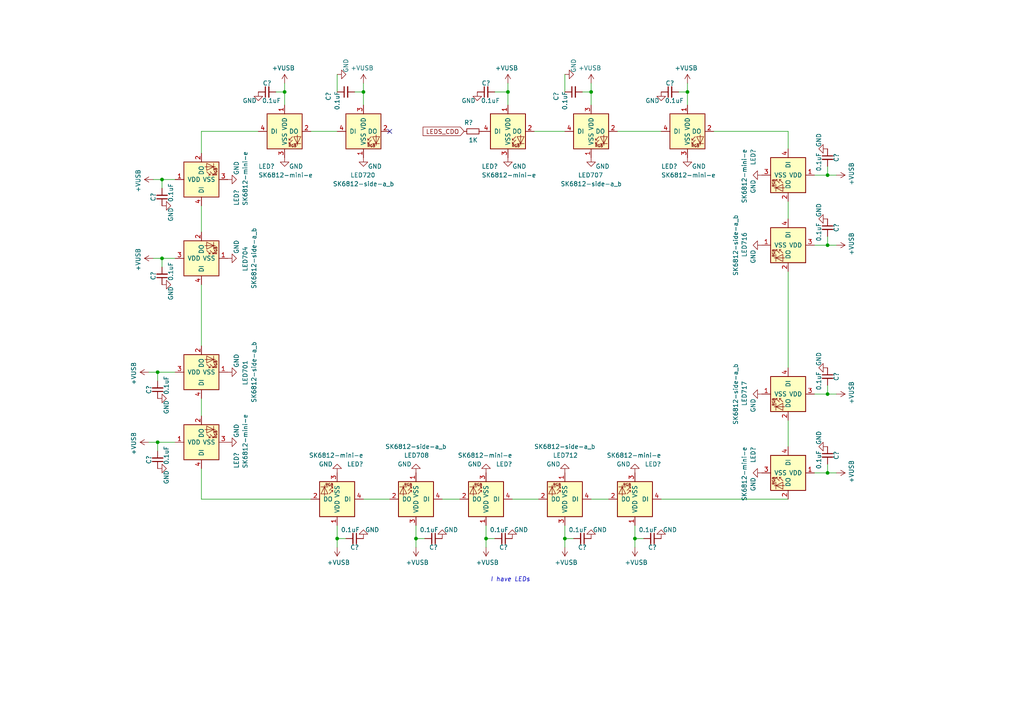
<source format=kicad_sch>
(kicad_sch (version 20250114) (generator "eeschema") (generator_version "9.0")
  (paper "A4")
  (lib_symbols
    (symbol "Device:C_Small" (pin_numbers (hide yes)) (pin_names (offset 0.254) (hide yes))
      (property "Reference" "C" (at 0.254 1.778 0))
      (property "Value" "C_Small" (at 0.254 -2.032 0))
      (symbol "C_Small_0_1"
        (polyline (pts (xy -1.524 0.508) (xy 1.524 0.508)) (stroke (width 0.3048)))
        (polyline (pts (xy -1.524 -0.508) (xy 1.524 -0.508)) (stroke (width 0.3302)))
      )
      (symbol "C_Small_1_1"
        (pin passive line (at 0 2.54 270) (length 2.032) (name "~") (number "1"))
        (pin passive line (at 0 -2.54 90) (length 2.032) (name "~") (number "2"))
      )
    )
    (symbol "Device:R_Small" (pin_numbers (hide yes)) (pin_names (offset 0.254) (hide yes))
      (property "Reference" "R" (at 0.762 0.508 0))
      (property "Value" "R_Small" (at 0.762 -1.016 0))
      (symbol "R_Small_0_1"
        (rectangle (start -0.762 1.778) (end 0.762 -1.778) (stroke (width 0.2032)))
      )
      (symbol "R_Small_1_1"
        (pin passive line (at 0 2.54 270) (length 0.762) (name "~") (number "1"))
        (pin passive line (at 0 -2.54 90) (length 0.762) (name "~") (number "2"))
      )
    )
    (symbol "dp-LED:SK6812-mini-e" (pin_names (offset 1.016))
      (property "Reference" "LED" (at 11.43 -5.08 0))
      (property "Value" "SK6812-mini-e" (at 11.43 -7.62 0))
      (symbol "SK6812-mini-e_1_1"
        (polyline (pts (xy 1.27 -2.54) (xy 1.778 -2.54)))
        (polyline (pts (xy 1.27 -3.556) (xy 1.778 -3.556)))
        (polyline (pts (xy 2.286 -1.524) (xy 1.27 -2.54) (xy 1.27 -2.032)))
        (polyline (pts (xy 2.286 -2.54) (xy 1.27 -3.556) (xy 1.27 -3.048)))
        (polyline (pts (xy 3.683 -1.016) (xy 3.683 -3.556) (xy 3.683 -4.064)))
        (polyline (pts (xy 4.699 -1.524) (xy 2.667 -1.524) (xy 3.683 -3.556) (xy 4.699 -1.524)))
        (polyline (pts (xy 4.699 -3.556) (xy 2.667 -3.556)))
        (rectangle (start 5.08 5.08) (end -5.08 -5.08) (stroke (width 0.254)) (fill (type background)))
        (text "RGB" (at 2.286 -4.191 0) (effects (font (size 0.762 0.762))))
        (pin input line (at -7.62 0 0) (length 2.54) (name "DI") (number "4"))
        (pin power_in line (at 0 7.62 270) (length 2.54) (name "VDD") (number "1"))
        (pin power_in line (at 0 -7.62 90) (length 2.54) (name "VSS") (number "3"))
        (pin output line (at 7.62 0 180) (length 2.54) (name "DO") (number "2"))
      )
    )
    (symbol "dp-LED:SK6812-side-a_b" (pin_names (offset 1.016))
      (property "Reference" "LED" (at 12.7 -5.08 0))
      (property "Value" "SK6812-side-a_b" (at 12.7 -7.62 0))
      (symbol "SK6812-side-a_b_1_1"
        (polyline (pts (xy 1.27 -2.54) (xy 1.778 -2.54)))
        (polyline (pts (xy 1.27 -3.556) (xy 1.778 -3.556)))
        (polyline (pts (xy 2.286 -1.524) (xy 1.27 -2.54) (xy 1.27 -2.032)))
        (polyline (pts (xy 2.286 -2.54) (xy 1.27 -3.556) (xy 1.27 -3.048)))
        (polyline (pts (xy 3.683 -1.016) (xy 3.683 -3.556) (xy 3.683 -4.064)))
        (polyline (pts (xy 4.699 -1.524) (xy 2.667 -1.524) (xy 3.683 -3.556) (xy 4.699 -1.524)))
        (polyline (pts (xy 4.699 -3.556) (xy 2.667 -3.556)))
        (rectangle (start 5.08 5.08) (end -5.08 -5.08) (stroke (width 0.254)) (fill (type background)))
        (text "RGB" (at 2.286 -4.191 0) (effects (font (size 0.762 0.762))))
        (pin input line (at -7.62 0 0) (length 2.54) (name "DI") (number "4"))
        (pin power_in line (at 0 7.62 270) (length 2.54) (name "VDD") (number "3"))
        (pin power_in line (at 0 -7.62 90) (length 2.54) (name "VSS") (number "1"))
        (pin output line (at 7.62 0 180) (length 2.54) (name "DO") (number "2"))
      )
    )
    (symbol "dp-power:+VUSB" (power) (pin_names (offset 1.016))
      (property "Value" "+VUSB" (at 0 5.08 0))
      (symbol "+VUSB_0_1"
        (polyline (pts (xy 0 2.54) (xy -0.762 1.27)))
        (polyline (pts (xy 0 2.54) (xy 0.762 1.27)))
        (polyline (pts (xy 0 0) (xy 0 2.54)))
      )
      (symbol "+VUSB_1_1"
        (pin power_in line (at 0 0 90) (length 0) (hide yes) (name "+VUSB") (number "1"))
      )
    )
    (symbol "power:GND" (power) (pin_names (offset 0))
      (property "Value" "GND" (at 0 -3.81 0))
      (symbol "GND_0_1"
        (polyline (pts (xy 0 0) (xy 0 -1.27) (xy 1.27 -1.27) (xy 0 -2.54) (xy -1.27 -1.27) (xy 0 -1.27)))
      )
      (symbol "GND_1_1"
        (pin power_in line (at 0 0 270) (length 0) (hide yes) (name "GND") (number "1"))
      )
    )
  )
  (text "I have LEDs" (at 142.24 168.91 0) (effects (font (size 1.27 1.27) (italic yes)) (justify left bottom)))
  (junction (at 199.39 26.67))
  (junction (at 140.97 156.21))
  (junction (at 171.45 26.67))
  (junction (at 147.32 26.67))
  (junction (at 240.03 137.16))
  (junction (at 105.41 26.67))
  (junction (at 184.15 156.21))
  (junction (at 82.55 26.67))
  (junction (at 240.03 114.3))
  (junction (at 45.72 107.95))
  (junction (at 46.99 74.93))
  (junction (at 46.99 52.07))
  (junction (at 97.79 156.21))
  (junction (at 240.03 50.8))
  (junction (at 120.65 156.21))
  (junction (at 163.83 156.21))
  (junction (at 45.72 128.27))
  (junction (at 240.03 71.12))
  (no_connect (at 113.03 38.1))
  (wire (pts (xy 240.03 48.26) (xy 240.03 50.8)))
  (wire (pts (xy 228.6 129.54) (xy 228.6 121.92)))
  (wire (pts (xy 240.03 71.12) (xy 236.22 71.12)))
  (wire (pts (xy 148.59 144.78) (xy 156.21 144.78)))
  (wire (pts (xy 196.85 26.67) (xy 199.39 26.67)))
  (wire (pts (xy 240.03 111.76) (xy 240.03 114.3)))
  (wire (pts (xy 58.42 82.55) (xy 58.42 100.33)))
  (wire (pts (xy 199.39 24.13) (xy 199.39 26.67)))
  (wire (pts (xy 179.07 38.1) (xy 191.77 38.1)))
  (wire (pts (xy 58.42 44.45) (xy 58.42 38.1)))
  (wire (pts (xy 140.97 156.21) (xy 140.97 152.4)))
  (wire (pts (xy 46.99 77.47) (xy 46.99 74.93)))
  (wire (pts (xy 163.83 156.21) (xy 163.83 152.4)))
  (wire (pts (xy 184.15 158.75) (xy 184.15 156.21)))
  (wire (pts (xy 154.94 38.1) (xy 163.83 38.1)))
  (wire (pts (xy 45.72 110.49) (xy 45.72 107.95)))
  (wire (pts (xy 228.6 58.42) (xy 228.6 63.5)))
  (wire (pts (xy 45.72 107.95) (xy 50.8 107.95)))
  (wire (pts (xy 143.51 156.21) (xy 140.97 156.21)))
  (wire (pts (xy 228.6 78.74) (xy 228.6 106.68)))
  (wire (pts (xy 147.32 26.67) (xy 147.32 30.48)))
  (wire (pts (xy 133.35 144.78) (xy 128.27 144.78)))
  (wire (pts (xy 105.41 24.13) (xy 105.41 26.67)))
  (wire (pts (xy 58.42 59.69) (xy 58.42 67.31)))
  (wire (pts (xy 43.18 107.95) (xy 45.72 107.95)))
  (wire (pts (xy 140.97 158.75) (xy 140.97 156.21)))
  (wire (pts (xy 46.99 52.07) (xy 50.8 52.07)))
  (wire (pts (xy 123.19 156.21) (xy 120.65 156.21)))
  (wire (pts (xy 97.79 156.21) (xy 97.79 152.4)))
  (wire (pts (xy 97.79 158.75) (xy 97.79 156.21)))
  (wire (pts (xy 45.72 130.81) (xy 45.72 128.27)))
  (wire (pts (xy 120.65 156.21) (xy 120.65 152.4)))
  (wire (pts (xy 97.79 26.67) (xy 97.79 21.59)))
  (wire (pts (xy 80.01 26.67) (xy 82.55 26.67)))
  (wire (pts (xy 147.32 24.13) (xy 147.32 26.67)))
  (wire (pts (xy 168.91 26.67) (xy 171.45 26.67)))
  (wire (pts (xy 242.57 114.3) (xy 240.03 114.3)))
  (wire (pts (xy 186.69 156.21) (xy 184.15 156.21)))
  (wire (pts (xy 105.41 26.67) (xy 105.41 30.48)))
  (wire (pts (xy 58.42 135.89) (xy 58.42 144.78)))
  (wire (pts (xy 120.65 158.75) (xy 120.65 156.21)))
  (wire (pts (xy 242.57 71.12) (xy 240.03 71.12)))
  (wire (pts (xy 44.45 52.07) (xy 46.99 52.07)))
  (wire (pts (xy 100.33 156.21) (xy 97.79 156.21)))
  (wire (pts (xy 228.6 43.18) (xy 228.6 38.1)))
  (wire (pts (xy 171.45 24.13) (xy 171.45 26.67)))
  (wire (pts (xy 102.87 26.67) (xy 105.41 26.67)))
  (wire (pts (xy 44.45 74.93) (xy 46.99 74.93)))
  (wire (pts (xy 240.03 68.58) (xy 240.03 71.12)))
  (wire (pts (xy 176.53 144.78) (xy 171.45 144.78)))
  (wire (pts (xy 82.55 24.13) (xy 82.55 26.67)))
  (wire (pts (xy 240.03 137.16) (xy 236.22 137.16)))
  (wire (pts (xy 184.15 156.21) (xy 184.15 152.4)))
  (wire (pts (xy 163.83 26.67) (xy 163.83 21.59)))
  (wire (pts (xy 46.99 54.61) (xy 46.99 52.07)))
  (wire (pts (xy 171.45 26.67) (xy 171.45 30.48)))
  (wire (pts (xy 90.17 144.78) (xy 58.42 144.78)))
  (wire (pts (xy 166.37 156.21) (xy 163.83 156.21)))
  (wire (pts (xy 199.39 26.67) (xy 199.39 30.48)))
  (wire (pts (xy 58.42 120.65) (xy 58.42 115.57)))
  (wire (pts (xy 43.18 128.27) (xy 45.72 128.27)))
  (wire (pts (xy 207.01 38.1) (xy 228.6 38.1)))
  (wire (pts (xy 46.99 74.93) (xy 50.8 74.93)))
  (wire (pts (xy 58.42 38.1) (xy 74.93 38.1)))
  (wire (pts (xy 242.57 137.16) (xy 240.03 137.16)))
  (wire (pts (xy 191.77 144.78) (xy 228.6 144.78)))
  (wire (pts (xy 45.72 128.27) (xy 50.8 128.27)))
  (wire (pts (xy 82.55 26.67) (xy 82.55 30.48)))
  (wire (pts (xy 105.41 144.78) (xy 113.03 144.78)))
  (wire (pts (xy 163.83 158.75) (xy 163.83 156.21)))
  (wire (pts (xy 143.51 26.67) (xy 147.32 26.67)))
  (wire (pts (xy 240.03 114.3) (xy 236.22 114.3)))
  (wire (pts (xy 90.17 38.1) (xy 97.79 38.1)))
  (wire (pts (xy 240.03 50.8) (xy 236.22 50.8)))
  (wire (pts (xy 242.57 50.8) (xy 240.03 50.8)))
  (wire (pts (xy 240.03 134.62) (xy 240.03 137.16)))
  (global_label "LEDS_CDO" (shape input) (at 134.62 38.1 180) (property "Intersheetrefs" "${INTERSHEET_REFS}" (effects (hide yes))))
  (symbol (lib_id "dp-power:+VUSB") (at 44.45 74.93 90) (unit 1)
    (property "Reference" "#PWR0704" (effects (hide yes)))
    (property "Value" "+VUSB" (at 40.0558 75.311 0))
    (instances (project "REV0" (path "" (reference "#PWR?") (unit 1)) (path "" (reference "#PWR0704") (unit 1))))
  )
  (symbol (lib_id "power:GND") (at 46.99 82.55 90) (unit 1)
    (property "Reference" "#PWR0708" (effects (hide yes)))
    (property "Value" "GND" (at 49.53 85.09 0))
    (instances (project "REV0" (path "" (reference "#PWR?") (unit 1)) (path "" (reference "#PWR0708") (unit 1))))
  )
  (symbol (lib_id "Device:C_Small") (at 46.99 80.01 180) (unit 1)
    (property "Reference" "C704" (at 44.45 80.01 90))
    (property "Value" "0.1uF" (at 49.53 78.74 90))
    (property "Footprint" "Capacitor_SMD:C_0402_1005Metric" (effects (hide yes)))
    (property "RMB" "0.00628" (effects (hide yes)))
    (property "Supplier" "https://item.szlcsc.com/1877.html" (effects (hide yes)))
    (property "szlcsc_partnumber" "C1525" (effects (hide yes)))
    (property "szlcsc_url" "https://item.szlcsc.com/1877.html?fromZone=s_s__%25220.1uF%25200402%2522&spm=sc.gb.xh2.zy.n&lcsc_vid=RlENUlJWE1QKBlBWRAVaUFNTT1leBQZXRFNcVAVQQVAxVlNSRFRfXlBUQ1ZeVzsOAxUeFF5JWAgaAglIBBsCBBcFWQIBCks%3D" (effects (hide yes)))
    (instances (project "REV0" (path "" (reference "C?") (unit 1)) (path "" (reference "C704") (unit 1))))
  )
  (symbol (lib_id "power:GND") (at 66.04 74.93 90) (unit 1)
    (property "Reference" "#PWR0712" (effects (hide yes)))
    (property "Value" "GND" (at 68.58 73.66 0) (effects (justify left)))
    (instances (project "REV0" (path "" (reference "#PWR?") (unit 1)) (path "" (reference "#PWR0712") (unit 1))))
  )
  (symbol (lib_id "dp-power:+VUSB") (at 44.45 52.07 90) (unit 1)
    (property "Reference" "#PWR0703" (effects (hide yes)))
    (property "Value" "+VUSB" (at 40.0558 52.451 0))
    (instances (project "REV0" (path "" (reference "#PWR?") (unit 1)) (path "" (reference "#PWR0703") (unit 1))))
  )
  (symbol (lib_id "power:GND") (at 46.99 59.69 90) (unit 1)
    (property "Reference" "#PWR0707" (effects (hide yes)))
    (property "Value" "GND" (at 49.53 62.23 0))
    (instances (project "REV0" (path "" (reference "#PWR?") (unit 1)) (path "" (reference "#PWR0707") (unit 1))))
  )
  (symbol (lib_id "Device:C_Small") (at 46.99 57.15 180) (unit 1)
    (property "Reference" "C703" (at 44.45 57.15 90))
    (property "Value" "0.1uF" (at 49.53 55.88 90))
    (property "Footprint" "Capacitor_SMD:C_0402_1005Metric" (effects (hide yes)))
    (property "RMB" "0.00628" (effects (hide yes)))
    (property "Supplier" "https://item.szlcsc.com/1877.html" (effects (hide yes)))
    (property "szlcsc_partnumber" "C1525" (effects (hide yes)))
    (property "szlcsc_url" "https://item.szlcsc.com/1877.html?fromZone=s_s__%25220.1uF%25200402%2522&spm=sc.gb.xh2.zy.n&lcsc_vid=RlENUlJWE1QKBlBWRAVaUFNTT1leBQZXRFNcVAVQQVAxVlNSRFRfXlBUQ1ZeVzsOAxUeFF5JWAgaAglIBBsCBBcFWQIBCks%3D" (effects (hide yes)))
    (instances (project "REV0" (path "" (reference "C?") (unit 1)) (path "" (reference "C703") (unit 1))))
  )
  (symbol (lib_id "power:GND") (at 66.04 52.07 90) (unit 1)
    (property "Reference" "#PWR0711" (effects (hide yes)))
    (property "Value" "GND" (at 68.58 50.8 0) (effects (justify left)))
    (instances (project "REV0" (path "" (reference "#PWR?") (unit 1)) (path "" (reference "#PWR0711") (unit 1))))
  )
  (symbol (lib_id "dp-LED:SK6812-mini-e") (at 58.42 52.07 90) (unit 1)
    (property "Reference" "LED703" (at 68.58 59.69 0) (effects (justify left)))
    (property "Value" "SK6812-mini-e" (at 71.12 59.69 0) (effects (justify left)))
    (property "Footprint" "dp-LED:SK6812-MINI-E" (effects (hide yes)))
    (property "RMB" "0.5296" (effects (hide yes)))
    (property "Supplier" "https://item.szlcsc.com/542109.html" (effects (hide yes)))
    (instances (project "REV0" (path "" (reference "LED?") (unit 1)) (path "" (reference "LED?") (unit 1)) (path "" (reference "LED703") (unit 1))))
  )
  (symbol (lib_id "dp-power:+VUSB") (at 82.55 24.13 0) (unit 1)
    (property "Reference" "#PWR0714" (effects (hide yes)))
    (property "Value" "+VUSB" (at 82.169 19.7358 0))
    (instances (project "REV0" (path "" (reference "#PWR?") (unit 1)) (path "" (reference "#PWR0714") (unit 1))))
  )
  (symbol (lib_id "power:GND") (at 74.93 26.67 0) (unit 1)
    (property "Reference" "#PWR0713" (effects (hide yes)))
    (property "Value" "GND" (at 72.39 29.21 0))
    (instances (project "REV0" (path "" (reference "#PWR?") (unit 1)) (path "" (reference "#PWR0713") (unit 1))))
  )
  (symbol (lib_id "power:GND") (at 82.55 45.72 0) (unit 1)
    (property "Reference" "#PWR0715" (effects (hide yes)))
    (property "Value" "GND" (at 83.82 48.26 0) (effects (justify left)))
    (instances (project "REV0" (path "" (reference "#PWR?") (unit 1)) (path "" (reference "#PWR0715") (unit 1))))
  )
  (symbol (lib_id "dp-LED:SK6812-mini-e") (at 82.55 38.1 0) (unit 1)
    (property "Reference" "LED705" (at 74.93 48.26 0) (effects (justify left)))
    (property "Value" "SK6812-mini-e" (at 74.93 50.8 0) (effects (justify left)))
    (property "Footprint" "dp-LED:SK6812-MINI-E" (effects (hide yes)))
    (property "RMB" "0.5296" (effects (hide yes)))
    (property "Supplier" "https://item.szlcsc.com/542109.html" (effects (hide yes)))
    (instances (project "REV0" (path "" (reference "LED?") (unit 1)) (path "" (reference "LED?") (unit 1)) (path "" (reference "LED705") (unit 1))))
  )
  (symbol (lib_id "Device:C_Small") (at 77.47 26.67 90) (unit 1)
    (property "Reference" "C705" (at 77.47 24.13 90))
    (property "Value" "0.1uF" (at 78.74 29.21 90))
    (property "Footprint" "Capacitor_SMD:C_0402_1005Metric" (effects (hide yes)))
    (property "RMB" "0.00628" (effects (hide yes)))
    (property "Supplier" "https://item.szlcsc.com/1877.html" (effects (hide yes)))
    (property "szlcsc_partnumber" "C1525" (effects (hide yes)))
    (property "szlcsc_url" "https://item.szlcsc.com/1877.html?fromZone=s_s__%25220.1uF%25200402%2522&spm=sc.gb.xh2.zy.n&lcsc_vid=RlENUlJWE1QKBlBWRAVaUFNTT1leBQZXRFNcVAVQQVAxVlNSRFRfXlBUQ1ZeVzsOAxUeFF5JWAgaAglIBBsCBBcFWQIBCks%3D" (effects (hide yes)))
    (instances (project "REV0" (path "" (reference "C?") (unit 1)) (path "" (reference "C705") (unit 1))))
  )
  (symbol (lib_id "dp-power:+VUSB") (at 199.39 24.13 0) (unit 1)
    (property "Reference" "#PWR0738" (effects (hide yes)))
    (property "Value" "+VUSB" (at 199.009 19.7358 0))
    (instances (project "REV0" (path "" (reference "#PWR?") (unit 1)) (path "" (reference "#PWR0738") (unit 1))))
  )
  (symbol (lib_id "power:GND") (at 191.77 26.67 0) (unit 1)
    (property "Reference" "#PWR0737" (effects (hide yes)))
    (property "Value" "GND" (at 189.23 29.21 0))
    (instances (project "REV0" (path "" (reference "#PWR?") (unit 1)) (path "" (reference "#PWR0737") (unit 1))))
  )
  (symbol (lib_id "power:GND") (at 199.39 45.72 0) (unit 1)
    (property "Reference" "#PWR0739" (effects (hide yes)))
    (property "Value" "GND" (at 200.66 48.26 0) (effects (justify left)))
    (instances (project "REV0" (path "" (reference "#PWR?") (unit 1)) (path "" (reference "#PWR0739") (unit 1))))
  )
  (symbol (lib_id "dp-LED:SK6812-mini-e") (at 199.39 38.1 0) (unit 1)
    (property "Reference" "LED713" (at 191.77 48.26 0) (effects (justify left)))
    (property "Value" "SK6812-mini-e" (at 191.77 50.8 0) (effects (justify left)))
    (property "Footprint" "dp-LED:SK6812-MINI-E" (effects (hide yes)))
    (property "RMB" "0.5296" (effects (hide yes)))
    (property "Supplier" "https://item.szlcsc.com/542109.html" (effects (hide yes)))
    (instances (project "REV0" (path "" (reference "LED?") (unit 1)) (path "" (reference "LED?") (unit 1)) (path "" (reference "LED713") (unit 1))))
  )
  (symbol (lib_id "Device:C_Small") (at 194.31 26.67 90) (unit 1)
    (property "Reference" "C713" (at 194.31 24.13 90))
    (property "Value" "0.1uF" (at 195.58 29.21 90))
    (property "Footprint" "Capacitor_SMD:C_0402_1005Metric" (effects (hide yes)))
    (property "RMB" "0.00628" (effects (hide yes)))
    (property "Supplier" "https://item.szlcsc.com/1877.html" (effects (hide yes)))
    (property "szlcsc_partnumber" "C1525" (effects (hide yes)))
    (property "szlcsc_url" "https://item.szlcsc.com/1877.html?fromZone=s_s__%25220.1uF%25200402%2522&spm=sc.gb.xh2.zy.n&lcsc_vid=RlENUlJWE1QKBlBWRAVaUFNTT1leBQZXRFNcVAVQQVAxVlNSRFRfXlBUQ1ZeVzsOAxUeFF5JWAgaAglIBBsCBBcFWQIBCks%3D" (effects (hide yes)))
    (instances (project "REV0" (path "" (reference "C?") (unit 1)) (path "" (reference "C713") (unit 1))))
  )
  (symbol (lib_id "dp-power:+VUSB") (at 242.57 71.12 270) (unit 1)
    (property "Reference" "#PWR0752" (effects (hide yes)))
    (property "Value" "+VUSB" (at 246.9642 70.739 0))
    (instances (project "REV0" (path "" (reference "#PWR?") (unit 1)) (path "" (reference "#PWR0752") (unit 1))))
  )
  (symbol (lib_id "power:GND") (at 240.03 63.5 270) (unit 1)
    (property "Reference" "#PWR0748" (effects (hide yes)))
    (property "Value" "GND" (at 237.49 60.96 0))
    (instances (project "REV0" (path "" (reference "#PWR?") (unit 1)) (path "" (reference "#PWR0748") (unit 1))))
  )
  (symbol (lib_id "Device:C_Small") (at 240.03 66.04 0) (unit 1)
    (property "Reference" "C716" (at 242.57 66.04 90))
    (property "Value" "0.1uF" (at 237.49 67.31 90))
    (property "Footprint" "Capacitor_SMD:C_0402_1005Metric" (effects (hide yes)))
    (property "RMB" "0.00628" (effects (hide yes)))
    (property "Supplier" "https://item.szlcsc.com/1877.html" (effects (hide yes)))
    (property "szlcsc_partnumber" "C1525" (effects (hide yes)))
    (property "szlcsc_url" "https://item.szlcsc.com/1877.html?fromZone=s_s__%25220.1uF%25200402%2522&spm=sc.gb.xh2.zy.n&lcsc_vid=RlENUlJWE1QKBlBWRAVaUFNTT1leBQZXRFNcVAVQQVAxVlNSRFRfXlBUQ1ZeVzsOAxUeFF5JWAgaAglIBBsCBBcFWQIBCks%3D" (effects (hide yes)))
    (instances (project "REV0" (path "" (reference "C?") (unit 1)) (path "" (reference "C716") (unit 1))))
  )
  (symbol (lib_id "power:GND") (at 220.98 71.12 270) (unit 1)
    (property "Reference" "#PWR0744" (effects (hide yes)))
    (property "Value" "GND" (at 218.44 72.39 0) (effects (justify left)))
    (instances (project "REV0" (path "" (reference "#PWR?") (unit 1)) (path "" (reference "#PWR0744") (unit 1))))
  )
  (symbol (lib_id "dp-power:+VUSB") (at 242.57 50.8 270) (unit 1)
    (property "Reference" "#PWR0751" (effects (hide yes)))
    (property "Value" "+VUSB" (at 246.9642 50.419 0))
    (instances (project "REV0" (path "" (reference "#PWR?") (unit 1)) (path "" (reference "#PWR0751") (unit 1))))
  )
  (symbol (lib_id "power:GND") (at 240.03 43.18 270) (unit 1)
    (property "Reference" "#PWR0747" (effects (hide yes)))
    (property "Value" "GND" (at 237.49 40.64 0))
    (instances (project "REV0" (path "" (reference "#PWR?") (unit 1)) (path "" (reference "#PWR0747") (unit 1))))
  )
  (symbol (lib_id "power:GND") (at 220.98 50.8 270) (unit 1)
    (property "Reference" "#PWR0743" (effects (hide yes)))
    (property "Value" "GND" (at 218.44 52.07 0) (effects (justify left)))
    (instances (project "REV0" (path "" (reference "#PWR?") (unit 1)) (path "" (reference "#PWR0743") (unit 1))))
  )
  (symbol (lib_id "dp-LED:SK6812-mini-e") (at 228.6 50.8 270) (unit 1)
    (property "Reference" "LED715" (at 218.44 43.18 0) (effects (justify left)))
    (property "Value" "SK6812-mini-e" (at 215.9 43.18 0) (effects (justify left)))
    (property "Footprint" "dp-LED:SK6812-MINI-E" (effects (hide yes)))
    (property "RMB" "0.5296" (effects (hide yes)))
    (property "Supplier" "https://item.szlcsc.com/542109.html" (effects (hide yes)))
    (instances (project "REV0" (path "" (reference "LED?") (unit 1)) (path "" (reference "LED?") (unit 1)) (path "" (reference "LED715") (unit 1))))
  )
  (symbol (lib_id "Device:C_Small") (at 240.03 45.72 0) (unit 1)
    (property "Reference" "C715" (at 242.57 45.72 90))
    (property "Value" "0.1uF" (at 237.49 46.99 90))
    (property "Footprint" "Capacitor_SMD:C_0402_1005Metric" (effects (hide yes)))
    (property "RMB" "0.00628" (effects (hide yes)))
    (property "Supplier" "https://item.szlcsc.com/1877.html" (effects (hide yes)))
    (property "szlcsc_partnumber" "C1525" (effects (hide yes)))
    (property "szlcsc_url" "https://item.szlcsc.com/1877.html?fromZone=s_s__%25220.1uF%25200402%2522&spm=sc.gb.xh2.zy.n&lcsc_vid=RlENUlJWE1QKBlBWRAVaUFNTT1leBQZXRFNcVAVQQVAxVlNSRFRfXlBUQ1ZeVzsOAxUeFF5JWAgaAglIBBsCBBcFWQIBCks%3D" (effects (hide yes)))
    (instances (project "REV0" (path "" (reference "C?") (unit 1)) (path "" (reference "C715") (unit 1))))
  )
  (symbol (lib_id "dp-power:+VUSB") (at 242.57 114.3 270) (unit 1)
    (property "Reference" "#PWR0753" (effects (hide yes)))
    (property "Value" "+VUSB" (at 246.9642 113.919 0))
    (instances (project "REV0" (path "" (reference "#PWR?") (unit 1)) (path "" (reference "#PWR0753") (unit 1))))
  )
  (symbol (lib_id "power:GND") (at 240.03 106.68 270) (unit 1)
    (property "Reference" "#PWR0749" (effects (hide yes)))
    (property "Value" "GND" (at 237.49 104.14 0))
    (instances (project "REV0" (path "" (reference "#PWR?") (unit 1)) (path "" (reference "#PWR0749") (unit 1))))
  )
  (symbol (lib_id "Device:C_Small") (at 240.03 109.22 0) (unit 1)
    (property "Reference" "C717" (at 242.57 109.22 90))
    (property "Value" "0.1uF" (at 237.49 110.49 90))
    (property "Footprint" "Capacitor_SMD:C_0402_1005Metric" (effects (hide yes)))
    (property "RMB" "0.00628" (effects (hide yes)))
    (property "Supplier" "https://item.szlcsc.com/1877.html" (effects (hide yes)))
    (property "szlcsc_partnumber" "C1525" (effects (hide yes)))
    (property "szlcsc_url" "https://item.szlcsc.com/1877.html?fromZone=s_s__%25220.1uF%25200402%2522&spm=sc.gb.xh2.zy.n&lcsc_vid=RlENUlJWE1QKBlBWRAVaUFNTT1leBQZXRFNcVAVQQVAxVlNSRFRfXlBUQ1ZeVzsOAxUeFF5JWAgaAglIBBsCBBcFWQIBCks%3D" (effects (hide yes)))
    (instances (project "REV0" (path "" (reference "C?") (unit 1)) (path "" (reference "C717") (unit 1))))
  )
  (symbol (lib_id "power:GND") (at 220.98 114.3 270) (unit 1)
    (property "Reference" "#PWR0745" (effects (hide yes)))
    (property "Value" "GND" (at 218.44 115.57 0) (effects (justify left)))
    (instances (project "REV0" (path "" (reference "#PWR?") (unit 1)) (path "" (reference "#PWR0745") (unit 1))))
  )
  (symbol (lib_id "dp-power:+VUSB") (at 242.57 137.16 270) (unit 1)
    (property "Reference" "#PWR0754" (effects (hide yes)))
    (property "Value" "+VUSB" (at 246.9642 136.779 0))
    (instances (project "REV0" (path "" (reference "#PWR?") (unit 1)) (path "" (reference "#PWR0754") (unit 1))))
  )
  (symbol (lib_id "power:GND") (at 240.03 129.54 270) (unit 1)
    (property "Reference" "#PWR0750" (effects (hide yes)))
    (property "Value" "GND" (at 237.49 127 0))
    (instances (project "REV0" (path "" (reference "#PWR?") (unit 1)) (path "" (reference "#PWR0750") (unit 1))))
  )
  (symbol (lib_id "power:GND") (at 220.98 137.16 270) (unit 1)
    (property "Reference" "#PWR0746" (effects (hide yes)))
    (property "Value" "GND" (at 218.44 138.43 0) (effects (justify left)))
    (instances (project "REV0" (path "" (reference "#PWR?") (unit 1)) (path "" (reference "#PWR0746") (unit 1))))
  )
  (symbol (lib_id "dp-LED:SK6812-mini-e") (at 228.6 137.16 270) (unit 1)
    (property "Reference" "LED718" (at 218.44 129.54 0) (effects (justify left)))
    (property "Value" "SK6812-mini-e" (at 215.9 129.54 0) (effects (justify left)))
    (property "Footprint" "dp-LED:SK6812-MINI-E" (effects (hide yes)))
    (property "RMB" "0.5296" (effects (hide yes)))
    (property "Supplier" "https://item.szlcsc.com/542109.html" (effects (hide yes)))
    (instances (project "REV0" (path "" (reference "LED?") (unit 1)) (path "" (reference "LED?") (unit 1)) (path "" (reference "LED718") (unit 1))))
  )
  (symbol (lib_id "Device:C_Small") (at 240.03 132.08 0) (unit 1)
    (property "Reference" "C718" (at 242.57 132.08 90))
    (property "Value" "0.1uF" (at 237.49 133.35 90))
    (property "Footprint" "Capacitor_SMD:C_0402_1005Metric" (effects (hide yes)))
    (property "RMB" "0.00628" (effects (hide yes)))
    (property "Supplier" "https://item.szlcsc.com/1877.html" (effects (hide yes)))
    (property "szlcsc_partnumber" "C1525" (effects (hide yes)))
    (property "szlcsc_url" "https://item.szlcsc.com/1877.html?fromZone=s_s__%25220.1uF%25200402%2522&spm=sc.gb.xh2.zy.n&lcsc_vid=RlENUlJWE1QKBlBWRAVaUFNTT1leBQZXRFNcVAVQQVAxVlNSRFRfXlBUQ1ZeVzsOAxUeFF5JWAgaAglIBBsCBBcFWQIBCks%3D" (effects (hide yes)))
    (instances (project "REV0" (path "" (reference "C?") (unit 1)) (path "" (reference "C718") (unit 1))))
  )
  (symbol (lib_id "dp-power:+VUSB") (at 163.83 158.75 180) (unit 1)
    (property "Reference" "#PWR0735" (effects (hide yes)))
    (property "Value" "+VUSB" (at 164.211 163.1442 0))
    (instances (project "REV0" (path "" (reference "#PWR?") (unit 1)) (path "" (reference "#PWR0735") (unit 1))))
  )
  (symbol (lib_id "power:GND") (at 171.45 156.21 180) (unit 1)
    (property "Reference" "#PWR0736" (effects (hide yes)))
    (property "Value" "GND" (at 173.99 153.67 0))
    (instances (project "REV0" (path "" (reference "#PWR?") (unit 1)) (path "" (reference "#PWR0736") (unit 1))))
  )
  (symbol (lib_id "Device:C_Small") (at 168.91 156.21 270) (unit 1)
    (property "Reference" "C712" (at 168.91 158.75 90))
    (property "Value" "0.1uF" (at 167.64 153.67 90))
    (property "Footprint" "Capacitor_SMD:C_0402_1005Metric" (effects (hide yes)))
    (property "RMB" "0.00628" (effects (hide yes)))
    (property "Supplier" "https://item.szlcsc.com/1877.html" (effects (hide yes)))
    (property "szlcsc_partnumber" "C1525" (effects (hide yes)))
    (property "szlcsc_url" "https://item.szlcsc.com/1877.html?fromZone=s_s__%25220.1uF%25200402%2522&spm=sc.gb.xh2.zy.n&lcsc_vid=RlENUlJWE1QKBlBWRAVaUFNTT1leBQZXRFNcVAVQQVAxVlNSRFRfXlBUQ1ZeVzsOAxUeFF5JWAgaAglIBBsCBBcFWQIBCks%3D" (effects (hide yes)))
    (instances (project "REV0" (path "" (reference "C?") (unit 1)) (path "" (reference "C712") (unit 1))))
  )
  (symbol (lib_id "power:GND") (at 163.83 137.16 180) (unit 1)
    (property "Reference" "#PWR0734" (effects (hide yes)))
    (property "Value" "GND" (at 162.56 134.62 0) (effects (justify left)))
    (instances (project "REV0" (path "" (reference "#PWR?") (unit 1)) (path "" (reference "#PWR0734") (unit 1))))
  )
  (symbol (lib_id "dp-power:+VUSB") (at 184.15 158.75 180) (unit 1)
    (property "Reference" "#PWR0741" (effects (hide yes)))
    (property "Value" "+VUSB" (at 184.531 163.1442 0))
    (instances (project "REV0" (path "" (reference "#PWR?") (unit 1)) (path "" (reference "#PWR0741") (unit 1))))
  )
  (symbol (lib_id "power:GND") (at 191.77 156.21 180) (unit 1)
    (property "Reference" "#PWR0742" (effects (hide yes)))
    (property "Value" "GND" (at 194.31 153.67 0))
    (instances (project "REV0" (path "" (reference "#PWR?") (unit 1)) (path "" (reference "#PWR0742") (unit 1))))
  )
  (symbol (lib_id "power:GND") (at 184.15 137.16 180) (unit 1)
    (property "Reference" "#PWR0740" (effects (hide yes)))
    (property "Value" "GND" (at 182.88 134.62 0) (effects (justify left)))
    (instances (project "REV0" (path "" (reference "#PWR?") (unit 1)) (path "" (reference "#PWR0740") (unit 1))))
  )
  (symbol (lib_id "dp-LED:SK6812-mini-e") (at 184.15 144.78 180) (unit 1)
    (property "Reference" "LED714" (at 191.77 134.62 0) (effects (justify left)))
    (property "Value" "SK6812-mini-e" (at 191.77 132.08 0) (effects (justify left)))
    (property "Footprint" "dp-LED:SK6812-MINI-E" (effects (hide yes)))
    (property "RMB" "0.5296" (effects (hide yes)))
    (property "Supplier" "https://item.szlcsc.com/542109.html" (effects (hide yes)))
    (instances (project "REV0" (path "" (reference "LED?") (unit 1)) (path "" (reference "LED?") (unit 1)) (path "" (reference "LED714") (unit 1))))
  )
  (symbol (lib_id "Device:C_Small") (at 189.23 156.21 270) (unit 1)
    (property "Reference" "C714" (at 189.23 158.75 90))
    (property "Value" "0.1uF" (at 187.96 153.67 90))
    (property "Footprint" "Capacitor_SMD:C_0402_1005Metric" (effects (hide yes)))
    (property "RMB" "0.00628" (effects (hide yes)))
    (property "Supplier" "https://item.szlcsc.com/1877.html" (effects (hide yes)))
    (property "szlcsc_partnumber" "C1525" (effects (hide yes)))
    (property "szlcsc_url" "https://item.szlcsc.com/1877.html?fromZone=s_s__%25220.1uF%25200402%2522&spm=sc.gb.xh2.zy.n&lcsc_vid=RlENUlJWE1QKBlBWRAVaUFNTT1leBQZXRFNcVAVQQVAxVlNSRFRfXlBUQ1ZeVzsOAxUeFF5JWAgaAglIBBsCBBcFWQIBCks%3D" (effects (hide yes)))
    (instances (project "REV0" (path "" (reference "C?") (unit 1)) (path "" (reference "C714") (unit 1))))
  )
  (symbol (lib_id "dp-power:+VUSB") (at 120.65 158.75 180) (unit 1)
    (property "Reference" "#PWR0723" (effects (hide yes)))
    (property "Value" "+VUSB" (at 121.031 163.1442 0))
    (instances (project "REV0" (path "" (reference "#PWR?") (unit 1)) (path "" (reference "#PWR0723") (unit 1))))
  )
  (symbol (lib_id "power:GND") (at 128.27 156.21 180) (unit 1)
    (property "Reference" "#PWR0724" (effects (hide yes)))
    (property "Value" "GND" (at 130.81 153.67 0))
    (instances (project "REV0" (path "" (reference "#PWR?") (unit 1)) (path "" (reference "#PWR0724") (unit 1))))
  )
  (symbol (lib_id "Device:C_Small") (at 125.73 156.21 270) (unit 1)
    (property "Reference" "C708" (at 125.73 158.75 90))
    (property "Value" "0.1uF" (at 124.46 153.67 90))
    (property "Footprint" "Capacitor_SMD:C_0402_1005Metric" (effects (hide yes)))
    (property "RMB" "0.00628" (effects (hide yes)))
    (property "Supplier" "https://item.szlcsc.com/1877.html" (effects (hide yes)))
    (property "szlcsc_partnumber" "C1525" (effects (hide yes)))
    (property "szlcsc_url" "https://item.szlcsc.com/1877.html?fromZone=s_s__%25220.1uF%25200402%2522&spm=sc.gb.xh2.zy.n&lcsc_vid=RlENUlJWE1QKBlBWRAVaUFNTT1leBQZXRFNcVAVQQVAxVlNSRFRfXlBUQ1ZeVzsOAxUeFF5JWAgaAglIBBsCBBcFWQIBCks%3D" (effects (hide yes)))
    (instances (project "REV0" (path "" (reference "C?") (unit 1)) (path "" (reference "C708") (unit 1))))
  )
  (symbol (lib_id "power:GND") (at 120.65 137.16 180) (unit 1)
    (property "Reference" "#PWR0722" (effects (hide yes)))
    (property "Value" "GND" (at 119.38 134.62 0) (effects (justify left)))
    (instances (project "REV0" (path "" (reference "#PWR?") (unit 1)) (path "" (reference "#PWR0722") (unit 1))))
  )
  (symbol (lib_id "dp-power:+VUSB") (at 140.97 158.75 180) (unit 1)
    (property "Reference" "#PWR0729" (effects (hide yes)))
    (property "Value" "+VUSB" (at 141.351 163.1442 0))
    (instances (project "REV0" (path "" (reference "#PWR?") (unit 1)) (path "" (reference "#PWR0729") (unit 1))))
  )
  (symbol (lib_id "power:GND") (at 148.59 156.21 180) (unit 1)
    (property "Reference" "#PWR0730" (effects (hide yes)))
    (property "Value" "GND" (at 151.13 153.67 0))
    (instances (project "REV0" (path "" (reference "#PWR?") (unit 1)) (path "" (reference "#PWR0730") (unit 1))))
  )
  (symbol (lib_id "power:GND") (at 140.97 137.16 180) (unit 1)
    (property "Reference" "#PWR0728" (effects (hide yes)))
    (property "Value" "GND" (at 139.7 134.62 0) (effects (justify left)))
    (instances (project "REV0" (path "" (reference "#PWR?") (unit 1)) (path "" (reference "#PWR0728") (unit 1))))
  )
  (symbol (lib_id "dp-LED:SK6812-mini-e") (at 140.97 144.78 180) (unit 1)
    (property "Reference" "LED710" (at 148.59 134.62 0) (effects (justify left)))
    (property "Value" "SK6812-mini-e" (at 148.59 132.08 0) (effects (justify left)))
    (property "Footprint" "dp-LED:SK6812-MINI-E" (effects (hide yes)))
    (property "RMB" "0.5296" (effects (hide yes)))
    (property "Supplier" "https://item.szlcsc.com/542109.html" (effects (hide yes)))
    (instances (project "REV0" (path "" (reference "LED?") (unit 1)) (path "" (reference "LED?") (unit 1)) (path "" (reference "LED710") (unit 1))))
  )
  (symbol (lib_id "Device:C_Small") (at 146.05 156.21 270) (unit 1)
    (property "Reference" "C710" (at 146.05 158.75 90))
    (property "Value" "0.1uF" (at 144.78 153.67 90))
    (property "Footprint" "Capacitor_SMD:C_0402_1005Metric" (effects (hide yes)))
    (property "RMB" "0.00628" (effects (hide yes)))
    (property "Supplier" "https://item.szlcsc.com/1877.html" (effects (hide yes)))
    (property "szlcsc_partnumber" "C1525" (effects (hide yes)))
    (property "szlcsc_url" "https://item.szlcsc.com/1877.html?fromZone=s_s__%25220.1uF%25200402%2522&spm=sc.gb.xh2.zy.n&lcsc_vid=RlENUlJWE1QKBlBWRAVaUFNTT1leBQZXRFNcVAVQQVAxVlNSRFRfXlBUQ1ZeVzsOAxUeFF5JWAgaAglIBBsCBBcFWQIBCks%3D" (effects (hide yes)))
    (instances (project "REV0" (path "" (reference "C?") (unit 1)) (path "" (reference "C710") (unit 1))))
  )
  (symbol (lib_id "dp-power:+VUSB") (at 97.79 158.75 180) (unit 1)
    (property "Reference" "#PWR0717" (effects (hide yes)))
    (property "Value" "+VUSB" (at 98.171 163.1442 0))
    (instances (project "REV0" (path "" (reference "#PWR?") (unit 1)) (path "" (reference "#PWR0717") (unit 1))))
  )
  (symbol (lib_id "power:GND") (at 105.41 156.21 180) (unit 1)
    (property "Reference" "#PWR0718" (effects (hide yes)))
    (property "Value" "GND" (at 107.95 153.67 0))
    (instances (project "REV0" (path "" (reference "#PWR?") (unit 1)) (path "" (reference "#PWR0718") (unit 1))))
  )
  (symbol (lib_id "power:GND") (at 97.79 137.16 180) (unit 1)
    (property "Reference" "#PWR0716" (effects (hide yes)))
    (property "Value" "GND" (at 96.52 134.62 0) (effects (justify left)))
    (instances (project "REV0" (path "" (reference "#PWR?") (unit 1)) (path "" (reference "#PWR0716") (unit 1))))
  )
  (symbol (lib_id "dp-LED:SK6812-mini-e") (at 97.79 144.78 180) (unit 1)
    (property "Reference" "LED706" (at 105.41 134.62 0) (effects (justify left)))
    (property "Value" "SK6812-mini-e" (at 105.41 132.08 0) (effects (justify left)))
    (property "Footprint" "dp-LED:SK6812-MINI-E" (effects (hide yes)))
    (property "RMB" "0.5296" (effects (hide yes)))
    (property "Supplier" "https://item.szlcsc.com/542109.html" (effects (hide yes)))
    (instances (project "REV0" (path "" (reference "LED?") (unit 1)) (path "" (reference "LED?") (unit 1)) (path "" (reference "LED706") (unit 1))))
  )
  (symbol (lib_id "Device:C_Small") (at 102.87 156.21 270) (unit 1)
    (property "Reference" "C706" (at 102.87 158.75 90))
    (property "Value" "0.1uF" (at 101.6 153.67 90))
    (property "Footprint" "Capacitor_SMD:C_0402_1005Metric" (effects (hide yes)))
    (property "RMB" "0.00628" (effects (hide yes)))
    (property "Supplier" "https://item.szlcsc.com/1877.html" (effects (hide yes)))
    (property "szlcsc_partnumber" "C1525" (effects (hide yes)))
    (property "szlcsc_url" "https://item.szlcsc.com/1877.html?fromZone=s_s__%25220.1uF%25200402%2522&spm=sc.gb.xh2.zy.n&lcsc_vid=RlENUlJWE1QKBlBWRAVaUFNTT1leBQZXRFNcVAVQQVAxVlNSRFRfXlBUQ1ZeVzsOAxUeFF5JWAgaAglIBBsCBBcFWQIBCks%3D" (effects (hide yes)))
    (instances (project "REV0" (path "" (reference "C?") (unit 1)) (path "" (reference "C706") (unit 1))))
  )
  (symbol (lib_id "dp-power:+VUSB") (at 43.18 107.95 90) (unit 1)
    (property "Reference" "#PWR0701" (effects (hide yes)))
    (property "Value" "+VUSB" (at 38.7858 108.331 0))
    (instances (project "REV0" (path "" (reference "#PWR?") (unit 1)) (path "" (reference "#PWR0701") (unit 1))))
  )
  (symbol (lib_id "power:GND") (at 45.72 115.57 90) (unit 1)
    (property "Reference" "#PWR0705" (effects (hide yes)))
    (property "Value" "GND" (at 48.26 118.11 0))
    (instances (project "REV0" (path "" (reference "#PWR?") (unit 1)) (path "" (reference "#PWR0705") (unit 1))))
  )
  (symbol (lib_id "Device:C_Small") (at 45.72 113.03 180) (unit 1)
    (property "Reference" "C701" (at 43.18 113.03 90))
    (property "Value" "0.1uF" (at 48.26 111.76 90))
    (property "Footprint" "Capacitor_SMD:C_0402_1005Metric" (effects (hide yes)))
    (property "RMB" "0.00628" (effects (hide yes)))
    (property "Supplier" "https://item.szlcsc.com/1877.html" (effects (hide yes)))
    (property "szlcsc_partnumber" "C1525" (effects (hide yes)))
    (property "szlcsc_url" "https://item.szlcsc.com/1877.html?fromZone=s_s__%25220.1uF%25200402%2522&spm=sc.gb.xh2.zy.n&lcsc_vid=RlENUlJWE1QKBlBWRAVaUFNTT1leBQZXRFNcVAVQQVAxVlNSRFRfXlBUQ1ZeVzsOAxUeFF5JWAgaAglIBBsCBBcFWQIBCks%3D" (effects (hide yes)))
    (instances (project "REV0" (path "" (reference "C?") (unit 1)) (path "" (reference "C701") (unit 1))))
  )
  (symbol (lib_id "power:GND") (at 66.04 107.95 90) (unit 1)
    (property "Reference" "#PWR0709" (effects (hide yes)))
    (property "Value" "GND" (at 68.58 106.68 0) (effects (justify left)))
    (instances (project "REV0" (path "" (reference "#PWR?") (unit 1)) (path "" (reference "#PWR0709") (unit 1))))
  )
  (symbol (lib_id "dp-power:+VUSB") (at 43.18 128.27 90) (unit 1)
    (property "Reference" "#PWR0702" (effects (hide yes)))
    (property "Value" "+VUSB" (at 38.7858 128.651 0))
    (instances (project "REV0" (path "" (reference "#PWR?") (unit 1)) (path "" (reference "#PWR0702") (unit 1))))
  )
  (symbol (lib_id "power:GND") (at 45.72 135.89 90) (unit 1)
    (property "Reference" "#PWR0706" (effects (hide yes)))
    (property "Value" "GND" (at 48.26 138.43 0))
    (instances (project "REV0" (path "" (reference "#PWR?") (unit 1)) (path "" (reference "#PWR0706") (unit 1))))
  )
  (symbol (lib_id "power:GND") (at 66.04 128.27 90) (unit 1)
    (property "Reference" "#PWR0710" (effects (hide yes)))
    (property "Value" "GND" (at 68.58 127 0) (effects (justify left)))
    (instances (project "REV0" (path "" (reference "#PWR?") (unit 1)) (path "" (reference "#PWR0710") (unit 1))))
  )
  (symbol (lib_id "dp-LED:SK6812-mini-e") (at 58.42 128.27 90) (unit 1)
    (property "Reference" "LED702" (at 68.58 135.89 0) (effects (justify left)))
    (property "Value" "SK6812-mini-e" (at 71.12 135.89 0) (effects (justify left)))
    (property "Footprint" "dp-LED:SK6812-MINI-E" (effects (hide yes)))
    (property "RMB" "0.5296" (effects (hide yes)))
    (property "Supplier" "https://item.szlcsc.com/542109.html" (effects (hide yes)))
    (instances (project "REV0" (path "" (reference "LED?") (unit 1)) (path "" (reference "LED?") (unit 1)) (path "" (reference "LED702") (unit 1))))
  )
  (symbol (lib_id "Device:C_Small") (at 45.72 133.35 180) (unit 1)
    (property "Reference" "C702" (at 43.18 133.35 90))
    (property "Value" "0.1uF" (at 48.26 132.08 90))
    (property "Footprint" "Capacitor_SMD:C_0402_1005Metric" (effects (hide yes)))
    (property "RMB" "0.00628" (effects (hide yes)))
    (property "Supplier" "https://item.szlcsc.com/1877.html" (effects (hide yes)))
    (property "szlcsc_partnumber" "C1525" (effects (hide yes)))
    (property "szlcsc_url" "https://item.szlcsc.com/1877.html?fromZone=s_s__%25220.1uF%25200402%2522&spm=sc.gb.xh2.zy.n&lcsc_vid=RlENUlJWE1QKBlBWRAVaUFNTT1leBQZXRFNcVAVQQVAxVlNSRFRfXlBUQ1ZeVzsOAxUeFF5JWAgaAglIBBsCBBcFWQIBCks%3D" (effects (hide yes)))
    (instances (project "REV0" (path "" (reference "C?") (unit 1)) (path "" (reference "C702") (unit 1))))
  )
  (symbol (lib_id "Device:C_Small") (at 166.37 26.67 90) (unit 1)
    (property "Reference" "C707" (at 161.29 27.94 0))
    (property "Value" "0.1uF" (at 163.83 29.21 0))
    (property "Footprint" "Capacitor_SMD:C_0402_1005Metric" (effects (hide yes)))
    (property "RMB" "0.00628" (effects (hide yes)))
    (property "Supplier" "https://item.szlcsc.com/1877.html" (effects (hide yes)))
    (property "szlcsc_partnumber" "C1525" (effects (hide yes)))
    (property "szlcsc_url" "https://item.szlcsc.com/1877.html?fromZone=s_s__%25220.1uF%25200402%2522&spm=sc.gb.xh2.zy.n&lcsc_vid=RlENUlJWE1QKBlBWRAVaUFNTT1leBQZXRFNcVAVQQVAxVlNSRFRfXlBUQ1ZeVzsOAxUeFF5JWAgaAglIBBsCBBcFWQIBCks%3D" (effects (hide yes)))
    (instances (project "REV0" (path "" (reference "C?") (unit 1)) (path "" (reference "C707") (unit 1))))
  )
  (symbol (lib_id "dp-power:+VUSB") (at 171.45 24.13 0) (unit 1)
    (property "Reference" "#PWR01" (effects (hide yes)))
    (property "Value" "+VUSB" (at 171.069 19.7358 0))
    (instances (project "REV0" (path "" (reference "#PWR?") (unit 1)) (path "" (reference "#PWR01") (unit 1))))
  )
  (symbol (lib_id "power:GND") (at 163.83 21.59 90) (unit 1)
    (property "Reference" "#PWR02" (effects (hide yes)))
    (property "Value" "GND" (at 166.37 19.05 0))
    (instances (project "REV0" (path "" (reference "#PWR?") (unit 1)) (path "" (reference "#PWR02") (unit 1))))
  )
  (symbol (lib_id "power:GND") (at 171.45 45.72 0) (unit 1)
    (property "Reference" "#PWR0130" (effects (hide yes)))
    (property "Value" "GND" (at 172.72 48.26 0) (effects (justify left)))
    (instances (project "REV0" (path "" (reference "#PWR?") (unit 1)) (path "" (reference "#PWR0130") (unit 1))))
  )
  (symbol (lib_id "Device:R_Small") (at 137.16 38.1 90) (unit 1)
    (property "Reference" "R502" (at 134.62 35.56 90) (effects (justify right)))
    (property "Value" "1K" (at 135.89 40.64 90) (effects (justify right)))
    (property "Footprint" "Resistor_SMD:R_0402_1005Metric" (effects (hide yes)))
    (property "RMB" "0.005622" (effects (hide yes)))
    (property "Supplier" "https://item.szlcsc.com/107450.html" (effects (hide yes)))
    (property "szlcsc_partnumber" "C11702" (effects (hide yes)))
    (property "szlcsc_url" "https://item.szlcsc.com/12256.html?fromZone=s_s__%25221K%25200402%2522&spm=sc.gb.xh1.zy.n&lcsc_vid=RlENUlJWE1QKBlBWRAVaUFNTT1leBQZXRFNcVAVQQVAxVlNSRFRcV1VURlNcVTsOAxUeFF5JWAgaAglIBBsCBBcFWQIBCks%3D" (effects (hide yes)))
    (instances (project "REV0" (path "" (reference "R?") (unit 1)) (path "" (reference "R?") (unit 1)) (path "" (reference "R502") (unit 1))))
  )
  (symbol (lib_id "dp-LED:SK6812-side-a_b") (at 171.45 38.1 0) (unit 1)
    (property "Reference" "LED707" (at 167.64 50.8 0) (effects (justify left)))
    (property "Value" "SK6812-side-a_b" (at 162.56 53.34 0) (effects (justify left)))
    (property "Footprint" "dp-LED:SK6812-side-a_b" (effects (hide yes)))
  )
  (symbol (lib_id "dp-LED:SK6812-side-a_b") (at 228.6 71.12 270) (unit 1)
    (property "Reference" "LED716" (at 215.9 67.31 0) (effects (justify left)))
    (property "Value" "SK6812-side-a_b" (at 213.36 62.23 0) (effects (justify left)))
    (property "Footprint" "dp-LED:SK6812-side-a_b" (effects (hide yes)))
  )
  (symbol (lib_id "dp-LED:SK6812-side-a_b") (at 228.6 114.3 270) (unit 1)
    (property "Reference" "LED717" (at 215.9 110.49 0) (effects (justify left)))
    (property "Value" "SK6812-side-a_b" (at 213.36 105.41 0) (effects (justify left)))
    (property "Footprint" "dp-LED:SK6812-side-a_b" (effects (hide yes)))
  )
  (symbol (lib_id "dp-LED:SK6812-side-a_b") (at 163.83 144.78 180) (unit 1)
    (property "Reference" "LED712" (at 167.64 132.08 0) (effects (justify left)))
    (property "Value" "SK6812-side-a_b" (at 172.72 129.54 0) (effects (justify left)))
    (property "Footprint" "dp-LED:SK6812-side-a_b" (effects (hide yes)))
  )
  (symbol (lib_id "dp-LED:SK6812-side-a_b") (at 120.65 144.78 180) (unit 1)
    (property "Reference" "LED708" (at 124.46 132.08 0) (effects (justify left)))
    (property "Value" "SK6812-side-a_b" (at 129.54 129.54 0) (effects (justify left)))
    (property "Footprint" "dp-LED:SK6812-side-a_b" (effects (hide yes)))
  )
  (symbol (lib_id "dp-LED:SK6812-side-a_b") (at 58.42 107.95 90) (unit 1)
    (property "Reference" "LED701" (at 71.12 111.76 0) (effects (justify left)))
    (property "Value" "SK6812-side-a_b" (at 73.66 116.84 0) (effects (justify left)))
    (property "Footprint" "dp-LED:SK6812-side-a_b" (effects (hide yes)))
  )
  (symbol (lib_id "dp-LED:SK6812-side-a_b") (at 58.42 74.93 90) (unit 1)
    (property "Reference" "LED704" (at 71.12 78.74 0) (effects (justify left)))
    (property "Value" "SK6812-side-a_b" (at 73.66 83.82 0) (effects (justify left)))
    (property "Footprint" "dp-LED:SK6812-side-a_b" (effects (hide yes)))
  )
  (symbol (lib_id "dp-LED:SK6812-mini-e") (at 147.32 38.1 0) (unit 1)
    (property "Reference" "LED719" (at 139.7 48.26 0) (effects (justify left)))
    (property "Value" "SK6812-mini-e" (at 139.7 50.8 0) (effects (justify left)))
    (property "Footprint" "dp-LED:SK6812-MINI-E" (effects (hide yes)))
    (property "RMB" "0.5296" (effects (hide yes)))
    (property "Supplier" "https://item.szlcsc.com/542109.html" (effects (hide yes)))
    (instances (project "REV0" (path "" (reference "LED?") (unit 1)) (path "" (reference "LED?") (unit 1)) (path "" (reference "LED719") (unit 1))))
  )
  (symbol (lib_id "power:GND") (at 147.32 45.72 0) (unit 1)
    (property "Reference" "#PWR0146" (effects (hide yes)))
    (property "Value" "GND" (at 148.59 48.26 0) (effects (justify left)))
    (instances (project "REV0" (path "" (reference "#PWR?") (unit 1)) (path "" (reference "#PWR0146") (unit 1))))
  )
  (symbol (lib_id "dp-power:+VUSB") (at 147.32 24.13 0) (unit 1)
    (property "Reference" "#PWR0147" (effects (hide yes)))
    (property "Value" "+VUSB" (at 146.939 19.7358 0))
    (instances (project "REV0" (path "" (reference "#PWR?") (unit 1)) (path "" (reference "#PWR0147") (unit 1))))
  )
  (symbol (lib_id "Device:C_Small") (at 140.97 26.67 90) (unit 1)
    (property "Reference" "C719" (at 140.97 24.13 90))
    (property "Value" "0.1uF" (at 142.24 29.21 90))
    (property "Footprint" "Capacitor_SMD:C_0402_1005Metric" (effects (hide yes)))
    (property "RMB" "0.00628" (effects (hide yes)))
    (property "Supplier" "https://item.szlcsc.com/1877.html" (effects (hide yes)))
    (property "szlcsc_partnumber" "C1525" (effects (hide yes)))
    (property "szlcsc_url" "https://item.szlcsc.com/1877.html?fromZone=s_s__%25220.1uF%25200402%2522&spm=sc.gb.xh2.zy.n&lcsc_vid=RlENUlJWE1QKBlBWRAVaUFNTT1leBQZXRFNcVAVQQVAxVlNSRFRfXlBUQ1ZeVzsOAxUeFF5JWAgaAglIBBsCBBcFWQIBCks%3D" (effects (hide yes)))
    (instances (project "REV0" (path "" (reference "C?") (unit 1)) (path "" (reference "C719") (unit 1))))
  )
  (symbol (lib_id "power:GND") (at 138.43 26.67 0) (unit 1)
    (property "Reference" "#PWR0148" (effects (hide yes)))
    (property "Value" "GND" (at 135.89 29.21 0))
    (instances (project "REV0" (path "" (reference "#PWR?") (unit 1)) (path "" (reference "#PWR0148") (unit 1))))
  )
  (symbol (lib_id "power:GND") (at 105.41 45.72 0) (unit 1)
    (property "Reference" "#PWR019" (effects (hide yes)))
    (property "Value" "GND" (at 106.68 48.26 0) (effects (justify left)))
    (instances (project "REV0" (path "" (reference "#PWR?") (unit 1)) (path "" (reference "#PWR019") (unit 1))))
  )
  (symbol (lib_id "dp-power:+VUSB") (at 105.41 24.13 0) (unit 1)
    (property "Reference" "#PWR018" (effects (hide yes)))
    (property "Value" "+VUSB" (at 105.029 19.7358 0))
    (instances (project "REV0" (path "" (reference "#PWR?") (unit 1)) (path "" (reference "#PWR018") (unit 1))))
  )
  (symbol (lib_id "power:GND") (at 97.79 21.59 90) (unit 1)
    (property "Reference" "#PWR017" (effects (hide yes)))
    (property "Value" "GND" (at 100.33 19.05 0))
    (instances (project "REV0" (path "" (reference "#PWR?") (unit 1)) (path "" (reference "#PWR017") (unit 1))))
  )
  (symbol (lib_id "Device:C_Small") (at 100.33 26.67 90) (unit 1)
    (property "Reference" "C720" (at 95.25 27.94 0))
    (property "Value" "0.1uF" (at 97.79 29.21 0))
    (property "Footprint" "Capacitor_SMD:C_0402_1005Metric" (effects (hide yes)))
    (property "RMB" "0.00628" (effects (hide yes)))
    (property "Supplier" "https://item.szlcsc.com/1877.html" (effects (hide yes)))
    (property "szlcsc_partnumber" "C1525" (effects (hide yes)))
    (property "szlcsc_url" "https://item.szlcsc.com/1877.html?fromZone=s_s__%25220.1uF%25200402%2522&spm=sc.gb.xh2.zy.n&lcsc_vid=RlENUlJWE1QKBlBWRAVaUFNTT1leBQZXRFNcVAVQQVAxVlNSRFRfXlBUQ1ZeVzsOAxUeFF5JWAgaAglIBBsCBBcFWQIBCks%3D" (effects (hide yes)))
    (instances (project "REV0" (path "" (reference "C?") (unit 1)) (path "" (reference "C720") (unit 1))))
  )
  (symbol (lib_id "dp-LED:SK6812-side-a_b") (at 105.41 38.1 0) (unit 1)
    (property "Reference" "LED720" (at 101.6 50.8 0) (effects (justify left)))
    (property "Value" "SK6812-side-a_b" (at 96.52 53.34 0) (effects (justify left)))
    (property "Footprint" "dp-LED:SK6812-side-a_b" (effects (hide yes)))
  )
)
</source>
